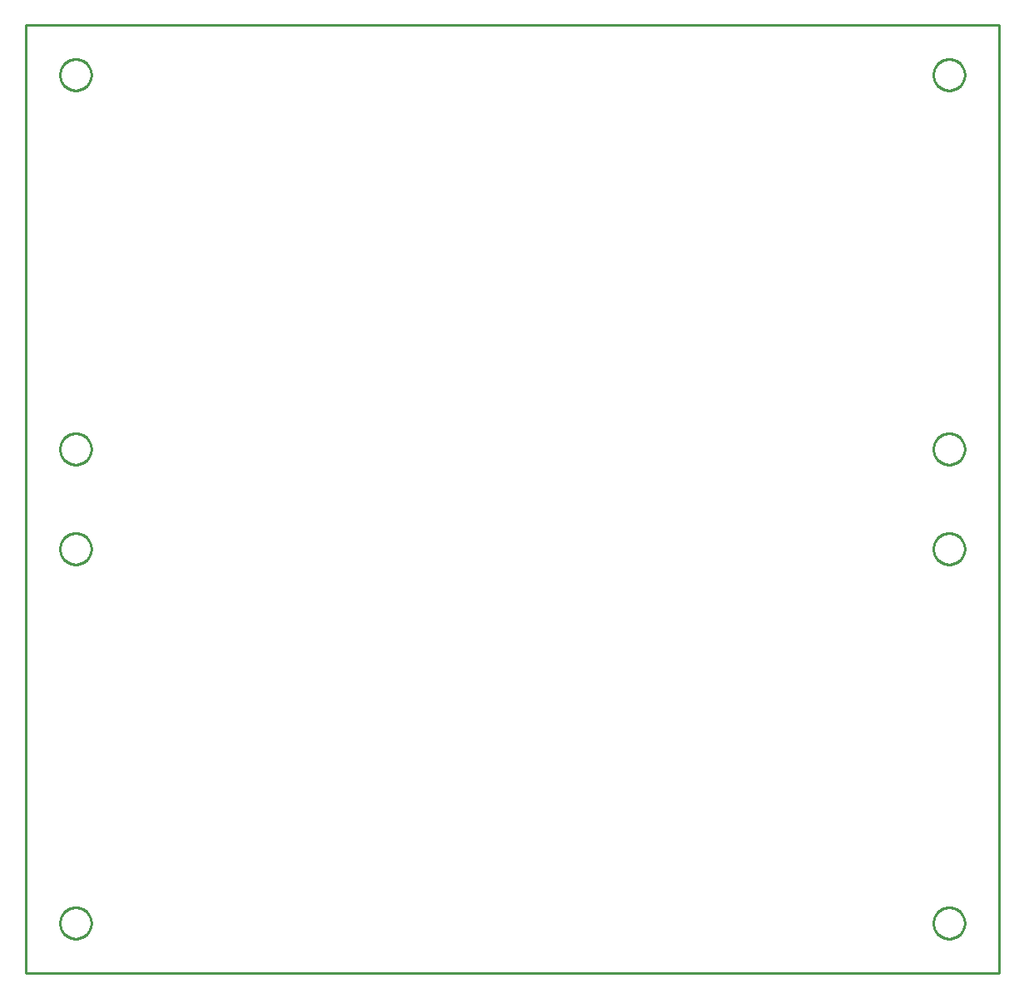
<source format=gbr>
G04 EAGLE Gerber RS-274X export*
G75*
%MOMM*%
%FSLAX34Y34*%
%LPD*%
%IN*%
%IPPOS*%
%AMOC8*
5,1,8,0,0,1.08239X$1,22.5*%
G01*
%ADD10C,0.254000*%


D10*
X0Y0D02*
X990600Y0D01*
X990600Y965200D01*
X0Y965200D01*
X0Y0D01*
X955675Y913880D02*
X955607Y912843D01*
X955471Y911813D01*
X955269Y910793D01*
X955000Y909789D01*
X954665Y908805D01*
X954268Y907845D01*
X953808Y906913D01*
X953288Y906012D01*
X952711Y905148D01*
X952078Y904324D01*
X951393Y903542D01*
X950658Y902807D01*
X949876Y902122D01*
X949052Y901489D01*
X948188Y900912D01*
X947287Y900392D01*
X946355Y899932D01*
X945395Y899535D01*
X944411Y899200D01*
X943407Y898931D01*
X942387Y898729D01*
X941357Y898593D01*
X940320Y898525D01*
X939280Y898525D01*
X938243Y898593D01*
X937213Y898729D01*
X936193Y898931D01*
X935189Y899200D01*
X934205Y899535D01*
X933245Y899932D01*
X932313Y900392D01*
X931412Y900912D01*
X930548Y901489D01*
X929724Y902122D01*
X928942Y902807D01*
X928207Y903542D01*
X927522Y904324D01*
X926889Y905148D01*
X926312Y906012D01*
X925792Y906913D01*
X925332Y907845D01*
X924935Y908805D01*
X924600Y909789D01*
X924331Y910793D01*
X924129Y911813D01*
X923993Y912843D01*
X923925Y913880D01*
X923925Y914920D01*
X923993Y915957D01*
X924129Y916987D01*
X924331Y918007D01*
X924600Y919011D01*
X924935Y919995D01*
X925332Y920955D01*
X925792Y921887D01*
X926312Y922788D01*
X926889Y923652D01*
X927522Y924476D01*
X928207Y925258D01*
X928942Y925993D01*
X929724Y926678D01*
X930548Y927311D01*
X931412Y927888D01*
X932313Y928408D01*
X933245Y928868D01*
X934205Y929265D01*
X935189Y929600D01*
X936193Y929869D01*
X937213Y930071D01*
X938243Y930207D01*
X939280Y930275D01*
X940320Y930275D01*
X941357Y930207D01*
X942387Y930071D01*
X943407Y929869D01*
X944411Y929600D01*
X945395Y929265D01*
X946355Y928868D01*
X947287Y928408D01*
X948188Y927888D01*
X949052Y927311D01*
X949876Y926678D01*
X950658Y925993D01*
X951393Y925258D01*
X952078Y924476D01*
X952711Y923652D01*
X953288Y922788D01*
X953808Y921887D01*
X954268Y920955D01*
X954665Y919995D01*
X955000Y919011D01*
X955269Y918007D01*
X955471Y916987D01*
X955607Y915957D01*
X955675Y914920D01*
X955675Y913880D01*
X955675Y532880D02*
X955607Y531843D01*
X955471Y530813D01*
X955269Y529793D01*
X955000Y528789D01*
X954665Y527805D01*
X954268Y526845D01*
X953808Y525913D01*
X953288Y525012D01*
X952711Y524148D01*
X952078Y523324D01*
X951393Y522542D01*
X950658Y521807D01*
X949876Y521122D01*
X949052Y520489D01*
X948188Y519912D01*
X947287Y519392D01*
X946355Y518932D01*
X945395Y518535D01*
X944411Y518200D01*
X943407Y517931D01*
X942387Y517729D01*
X941357Y517593D01*
X940320Y517525D01*
X939280Y517525D01*
X938243Y517593D01*
X937213Y517729D01*
X936193Y517931D01*
X935189Y518200D01*
X934205Y518535D01*
X933245Y518932D01*
X932313Y519392D01*
X931412Y519912D01*
X930548Y520489D01*
X929724Y521122D01*
X928942Y521807D01*
X928207Y522542D01*
X927522Y523324D01*
X926889Y524148D01*
X926312Y525012D01*
X925792Y525913D01*
X925332Y526845D01*
X924935Y527805D01*
X924600Y528789D01*
X924331Y529793D01*
X924129Y530813D01*
X923993Y531843D01*
X923925Y532880D01*
X923925Y533920D01*
X923993Y534957D01*
X924129Y535987D01*
X924331Y537007D01*
X924600Y538011D01*
X924935Y538995D01*
X925332Y539955D01*
X925792Y540887D01*
X926312Y541788D01*
X926889Y542652D01*
X927522Y543476D01*
X928207Y544258D01*
X928942Y544993D01*
X929724Y545678D01*
X930548Y546311D01*
X931412Y546888D01*
X932313Y547408D01*
X933245Y547868D01*
X934205Y548265D01*
X935189Y548600D01*
X936193Y548869D01*
X937213Y549071D01*
X938243Y549207D01*
X939280Y549275D01*
X940320Y549275D01*
X941357Y549207D01*
X942387Y549071D01*
X943407Y548869D01*
X944411Y548600D01*
X945395Y548265D01*
X946355Y547868D01*
X947287Y547408D01*
X948188Y546888D01*
X949052Y546311D01*
X949876Y545678D01*
X950658Y544993D01*
X951393Y544258D01*
X952078Y543476D01*
X952711Y542652D01*
X953288Y541788D01*
X953808Y540887D01*
X954268Y539955D01*
X954665Y538995D01*
X955000Y538011D01*
X955269Y537007D01*
X955471Y535987D01*
X955607Y534957D01*
X955675Y533920D01*
X955675Y532880D01*
X66675Y913880D02*
X66607Y912843D01*
X66471Y911813D01*
X66269Y910793D01*
X66000Y909789D01*
X65665Y908805D01*
X65268Y907845D01*
X64808Y906913D01*
X64288Y906012D01*
X63711Y905148D01*
X63078Y904324D01*
X62393Y903542D01*
X61658Y902807D01*
X60876Y902122D01*
X60052Y901489D01*
X59188Y900912D01*
X58287Y900392D01*
X57355Y899932D01*
X56395Y899535D01*
X55411Y899200D01*
X54407Y898931D01*
X53387Y898729D01*
X52357Y898593D01*
X51320Y898525D01*
X50280Y898525D01*
X49243Y898593D01*
X48213Y898729D01*
X47193Y898931D01*
X46189Y899200D01*
X45205Y899535D01*
X44245Y899932D01*
X43313Y900392D01*
X42412Y900912D01*
X41548Y901489D01*
X40724Y902122D01*
X39942Y902807D01*
X39207Y903542D01*
X38522Y904324D01*
X37889Y905148D01*
X37312Y906012D01*
X36792Y906913D01*
X36332Y907845D01*
X35935Y908805D01*
X35600Y909789D01*
X35331Y910793D01*
X35129Y911813D01*
X34993Y912843D01*
X34925Y913880D01*
X34925Y914920D01*
X34993Y915957D01*
X35129Y916987D01*
X35331Y918007D01*
X35600Y919011D01*
X35935Y919995D01*
X36332Y920955D01*
X36792Y921887D01*
X37312Y922788D01*
X37889Y923652D01*
X38522Y924476D01*
X39207Y925258D01*
X39942Y925993D01*
X40724Y926678D01*
X41548Y927311D01*
X42412Y927888D01*
X43313Y928408D01*
X44245Y928868D01*
X45205Y929265D01*
X46189Y929600D01*
X47193Y929869D01*
X48213Y930071D01*
X49243Y930207D01*
X50280Y930275D01*
X51320Y930275D01*
X52357Y930207D01*
X53387Y930071D01*
X54407Y929869D01*
X55411Y929600D01*
X56395Y929265D01*
X57355Y928868D01*
X58287Y928408D01*
X59188Y927888D01*
X60052Y927311D01*
X60876Y926678D01*
X61658Y925993D01*
X62393Y925258D01*
X63078Y924476D01*
X63711Y923652D01*
X64288Y922788D01*
X64808Y921887D01*
X65268Y920955D01*
X65665Y919995D01*
X66000Y919011D01*
X66269Y918007D01*
X66471Y916987D01*
X66607Y915957D01*
X66675Y914920D01*
X66675Y913880D01*
X66675Y532880D02*
X66607Y531843D01*
X66471Y530813D01*
X66269Y529793D01*
X66000Y528789D01*
X65665Y527805D01*
X65268Y526845D01*
X64808Y525913D01*
X64288Y525012D01*
X63711Y524148D01*
X63078Y523324D01*
X62393Y522542D01*
X61658Y521807D01*
X60876Y521122D01*
X60052Y520489D01*
X59188Y519912D01*
X58287Y519392D01*
X57355Y518932D01*
X56395Y518535D01*
X55411Y518200D01*
X54407Y517931D01*
X53387Y517729D01*
X52357Y517593D01*
X51320Y517525D01*
X50280Y517525D01*
X49243Y517593D01*
X48213Y517729D01*
X47193Y517931D01*
X46189Y518200D01*
X45205Y518535D01*
X44245Y518932D01*
X43313Y519392D01*
X42412Y519912D01*
X41548Y520489D01*
X40724Y521122D01*
X39942Y521807D01*
X39207Y522542D01*
X38522Y523324D01*
X37889Y524148D01*
X37312Y525012D01*
X36792Y525913D01*
X36332Y526845D01*
X35935Y527805D01*
X35600Y528789D01*
X35331Y529793D01*
X35129Y530813D01*
X34993Y531843D01*
X34925Y532880D01*
X34925Y533920D01*
X34993Y534957D01*
X35129Y535987D01*
X35331Y537007D01*
X35600Y538011D01*
X35935Y538995D01*
X36332Y539955D01*
X36792Y540887D01*
X37312Y541788D01*
X37889Y542652D01*
X38522Y543476D01*
X39207Y544258D01*
X39942Y544993D01*
X40724Y545678D01*
X41548Y546311D01*
X42412Y546888D01*
X43313Y547408D01*
X44245Y547868D01*
X45205Y548265D01*
X46189Y548600D01*
X47193Y548869D01*
X48213Y549071D01*
X49243Y549207D01*
X50280Y549275D01*
X51320Y549275D01*
X52357Y549207D01*
X53387Y549071D01*
X54407Y548869D01*
X55411Y548600D01*
X56395Y548265D01*
X57355Y547868D01*
X58287Y547408D01*
X59188Y546888D01*
X60052Y546311D01*
X60876Y545678D01*
X61658Y544993D01*
X62393Y544258D01*
X63078Y543476D01*
X63711Y542652D01*
X64288Y541788D01*
X64808Y540887D01*
X65268Y539955D01*
X65665Y538995D01*
X66000Y538011D01*
X66269Y537007D01*
X66471Y535987D01*
X66607Y534957D01*
X66675Y533920D01*
X66675Y532880D01*
X955675Y431280D02*
X955607Y430243D01*
X955471Y429213D01*
X955269Y428193D01*
X955000Y427189D01*
X954665Y426205D01*
X954268Y425245D01*
X953808Y424313D01*
X953288Y423412D01*
X952711Y422548D01*
X952078Y421724D01*
X951393Y420942D01*
X950658Y420207D01*
X949876Y419522D01*
X949052Y418889D01*
X948188Y418312D01*
X947287Y417792D01*
X946355Y417332D01*
X945395Y416935D01*
X944411Y416600D01*
X943407Y416331D01*
X942387Y416129D01*
X941357Y415993D01*
X940320Y415925D01*
X939280Y415925D01*
X938243Y415993D01*
X937213Y416129D01*
X936193Y416331D01*
X935189Y416600D01*
X934205Y416935D01*
X933245Y417332D01*
X932313Y417792D01*
X931412Y418312D01*
X930548Y418889D01*
X929724Y419522D01*
X928942Y420207D01*
X928207Y420942D01*
X927522Y421724D01*
X926889Y422548D01*
X926312Y423412D01*
X925792Y424313D01*
X925332Y425245D01*
X924935Y426205D01*
X924600Y427189D01*
X924331Y428193D01*
X924129Y429213D01*
X923993Y430243D01*
X923925Y431280D01*
X923925Y432320D01*
X923993Y433357D01*
X924129Y434387D01*
X924331Y435407D01*
X924600Y436411D01*
X924935Y437395D01*
X925332Y438355D01*
X925792Y439287D01*
X926312Y440188D01*
X926889Y441052D01*
X927522Y441876D01*
X928207Y442658D01*
X928942Y443393D01*
X929724Y444078D01*
X930548Y444711D01*
X931412Y445288D01*
X932313Y445808D01*
X933245Y446268D01*
X934205Y446665D01*
X935189Y447000D01*
X936193Y447269D01*
X937213Y447471D01*
X938243Y447607D01*
X939280Y447675D01*
X940320Y447675D01*
X941357Y447607D01*
X942387Y447471D01*
X943407Y447269D01*
X944411Y447000D01*
X945395Y446665D01*
X946355Y446268D01*
X947287Y445808D01*
X948188Y445288D01*
X949052Y444711D01*
X949876Y444078D01*
X950658Y443393D01*
X951393Y442658D01*
X952078Y441876D01*
X952711Y441052D01*
X953288Y440188D01*
X953808Y439287D01*
X954268Y438355D01*
X954665Y437395D01*
X955000Y436411D01*
X955269Y435407D01*
X955471Y434387D01*
X955607Y433357D01*
X955675Y432320D01*
X955675Y431280D01*
X955675Y50280D02*
X955607Y49243D01*
X955471Y48213D01*
X955269Y47193D01*
X955000Y46189D01*
X954665Y45205D01*
X954268Y44245D01*
X953808Y43313D01*
X953288Y42412D01*
X952711Y41548D01*
X952078Y40724D01*
X951393Y39942D01*
X950658Y39207D01*
X949876Y38522D01*
X949052Y37889D01*
X948188Y37312D01*
X947287Y36792D01*
X946355Y36332D01*
X945395Y35935D01*
X944411Y35600D01*
X943407Y35331D01*
X942387Y35129D01*
X941357Y34993D01*
X940320Y34925D01*
X939280Y34925D01*
X938243Y34993D01*
X937213Y35129D01*
X936193Y35331D01*
X935189Y35600D01*
X934205Y35935D01*
X933245Y36332D01*
X932313Y36792D01*
X931412Y37312D01*
X930548Y37889D01*
X929724Y38522D01*
X928942Y39207D01*
X928207Y39942D01*
X927522Y40724D01*
X926889Y41548D01*
X926312Y42412D01*
X925792Y43313D01*
X925332Y44245D01*
X924935Y45205D01*
X924600Y46189D01*
X924331Y47193D01*
X924129Y48213D01*
X923993Y49243D01*
X923925Y50280D01*
X923925Y51320D01*
X923993Y52357D01*
X924129Y53387D01*
X924331Y54407D01*
X924600Y55411D01*
X924935Y56395D01*
X925332Y57355D01*
X925792Y58287D01*
X926312Y59188D01*
X926889Y60052D01*
X927522Y60876D01*
X928207Y61658D01*
X928942Y62393D01*
X929724Y63078D01*
X930548Y63711D01*
X931412Y64288D01*
X932313Y64808D01*
X933245Y65268D01*
X934205Y65665D01*
X935189Y66000D01*
X936193Y66269D01*
X937213Y66471D01*
X938243Y66607D01*
X939280Y66675D01*
X940320Y66675D01*
X941357Y66607D01*
X942387Y66471D01*
X943407Y66269D01*
X944411Y66000D01*
X945395Y65665D01*
X946355Y65268D01*
X947287Y64808D01*
X948188Y64288D01*
X949052Y63711D01*
X949876Y63078D01*
X950658Y62393D01*
X951393Y61658D01*
X952078Y60876D01*
X952711Y60052D01*
X953288Y59188D01*
X953808Y58287D01*
X954268Y57355D01*
X954665Y56395D01*
X955000Y55411D01*
X955269Y54407D01*
X955471Y53387D01*
X955607Y52357D01*
X955675Y51320D01*
X955675Y50280D01*
X66675Y431280D02*
X66607Y430243D01*
X66471Y429213D01*
X66269Y428193D01*
X66000Y427189D01*
X65665Y426205D01*
X65268Y425245D01*
X64808Y424313D01*
X64288Y423412D01*
X63711Y422548D01*
X63078Y421724D01*
X62393Y420942D01*
X61658Y420207D01*
X60876Y419522D01*
X60052Y418889D01*
X59188Y418312D01*
X58287Y417792D01*
X57355Y417332D01*
X56395Y416935D01*
X55411Y416600D01*
X54407Y416331D01*
X53387Y416129D01*
X52357Y415993D01*
X51320Y415925D01*
X50280Y415925D01*
X49243Y415993D01*
X48213Y416129D01*
X47193Y416331D01*
X46189Y416600D01*
X45205Y416935D01*
X44245Y417332D01*
X43313Y417792D01*
X42412Y418312D01*
X41548Y418889D01*
X40724Y419522D01*
X39942Y420207D01*
X39207Y420942D01*
X38522Y421724D01*
X37889Y422548D01*
X37312Y423412D01*
X36792Y424313D01*
X36332Y425245D01*
X35935Y426205D01*
X35600Y427189D01*
X35331Y428193D01*
X35129Y429213D01*
X34993Y430243D01*
X34925Y431280D01*
X34925Y432320D01*
X34993Y433357D01*
X35129Y434387D01*
X35331Y435407D01*
X35600Y436411D01*
X35935Y437395D01*
X36332Y438355D01*
X36792Y439287D01*
X37312Y440188D01*
X37889Y441052D01*
X38522Y441876D01*
X39207Y442658D01*
X39942Y443393D01*
X40724Y444078D01*
X41548Y444711D01*
X42412Y445288D01*
X43313Y445808D01*
X44245Y446268D01*
X45205Y446665D01*
X46189Y447000D01*
X47193Y447269D01*
X48213Y447471D01*
X49243Y447607D01*
X50280Y447675D01*
X51320Y447675D01*
X52357Y447607D01*
X53387Y447471D01*
X54407Y447269D01*
X55411Y447000D01*
X56395Y446665D01*
X57355Y446268D01*
X58287Y445808D01*
X59188Y445288D01*
X60052Y444711D01*
X60876Y444078D01*
X61658Y443393D01*
X62393Y442658D01*
X63078Y441876D01*
X63711Y441052D01*
X64288Y440188D01*
X64808Y439287D01*
X65268Y438355D01*
X65665Y437395D01*
X66000Y436411D01*
X66269Y435407D01*
X66471Y434387D01*
X66607Y433357D01*
X66675Y432320D01*
X66675Y431280D01*
X66675Y50280D02*
X66607Y49243D01*
X66471Y48213D01*
X66269Y47193D01*
X66000Y46189D01*
X65665Y45205D01*
X65268Y44245D01*
X64808Y43313D01*
X64288Y42412D01*
X63711Y41548D01*
X63078Y40724D01*
X62393Y39942D01*
X61658Y39207D01*
X60876Y38522D01*
X60052Y37889D01*
X59188Y37312D01*
X58287Y36792D01*
X57355Y36332D01*
X56395Y35935D01*
X55411Y35600D01*
X54407Y35331D01*
X53387Y35129D01*
X52357Y34993D01*
X51320Y34925D01*
X50280Y34925D01*
X49243Y34993D01*
X48213Y35129D01*
X47193Y35331D01*
X46189Y35600D01*
X45205Y35935D01*
X44245Y36332D01*
X43313Y36792D01*
X42412Y37312D01*
X41548Y37889D01*
X40724Y38522D01*
X39942Y39207D01*
X39207Y39942D01*
X38522Y40724D01*
X37889Y41548D01*
X37312Y42412D01*
X36792Y43313D01*
X36332Y44245D01*
X35935Y45205D01*
X35600Y46189D01*
X35331Y47193D01*
X35129Y48213D01*
X34993Y49243D01*
X34925Y50280D01*
X34925Y51320D01*
X34993Y52357D01*
X35129Y53387D01*
X35331Y54407D01*
X35600Y55411D01*
X35935Y56395D01*
X36332Y57355D01*
X36792Y58287D01*
X37312Y59188D01*
X37889Y60052D01*
X38522Y60876D01*
X39207Y61658D01*
X39942Y62393D01*
X40724Y63078D01*
X41548Y63711D01*
X42412Y64288D01*
X43313Y64808D01*
X44245Y65268D01*
X45205Y65665D01*
X46189Y66000D01*
X47193Y66269D01*
X48213Y66471D01*
X49243Y66607D01*
X50280Y66675D01*
X51320Y66675D01*
X52357Y66607D01*
X53387Y66471D01*
X54407Y66269D01*
X55411Y66000D01*
X56395Y65665D01*
X57355Y65268D01*
X58287Y64808D01*
X59188Y64288D01*
X60052Y63711D01*
X60876Y63078D01*
X61658Y62393D01*
X62393Y61658D01*
X63078Y60876D01*
X63711Y60052D01*
X64288Y59188D01*
X64808Y58287D01*
X65268Y57355D01*
X65665Y56395D01*
X66000Y55411D01*
X66269Y54407D01*
X66471Y53387D01*
X66607Y52357D01*
X66675Y51320D01*
X66675Y50280D01*
M02*

</source>
